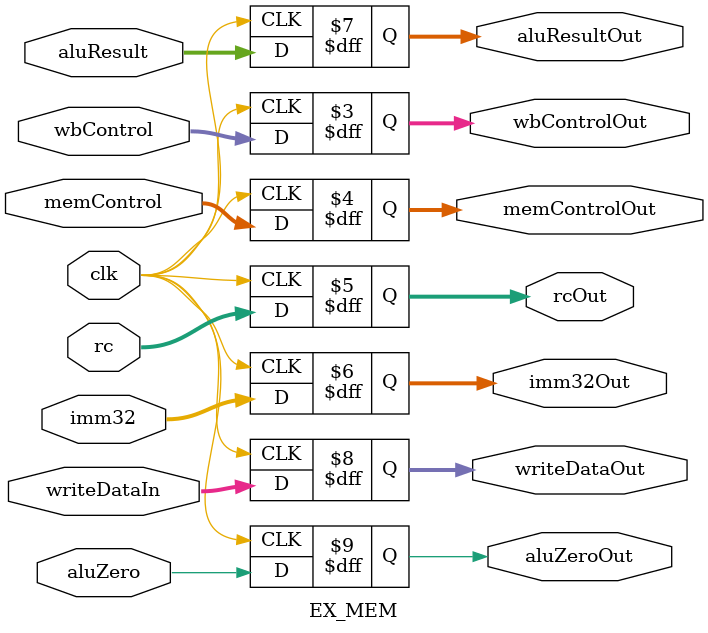
<source format=v>
module EX_MEM(clk, wbControl, memControl, rc, imm32, aluResult, writeDataIn, aluZero,
wbControlOut, memControlOut, rcOut, imm32Out, aluResultOut, writeDataOut, aluZeroOut);
	input clk;
	input [1:0] wbControl;
	input [2:0] memControl;
	input [4:0] rc;
	input [31:0] imm32, aluResult, writeDataIn;
	input aluZero;
	
	output reg [1:0] wbControlOut;
	output reg [2:0] memControlOut;
	output reg [4:0] rcOut;
	output reg [31:0] imm32Out, aluResultOut, writeDataOut;
	output reg aluZeroOut;
	
	initial begin
		wbControlOut = 0;
		memControlOut = 0;
		rcOut = 0;
		imm32Out = 0;
		aluResultOut = 0;
		writeDataOut = 0;
		aluZeroOut = 0;
	end
	
	always@(posedge clk) begin
		wbControlOut <= wbControl;
		memControlOut <= memControl;
		rcOut <= rc;
		imm32Out <= imm32;
		aluResultOut <= aluResult;
		writeDataOut <= writeDataIn;
		aluZeroOut <= aluZero;
	end
	
	
endmodule
</source>
